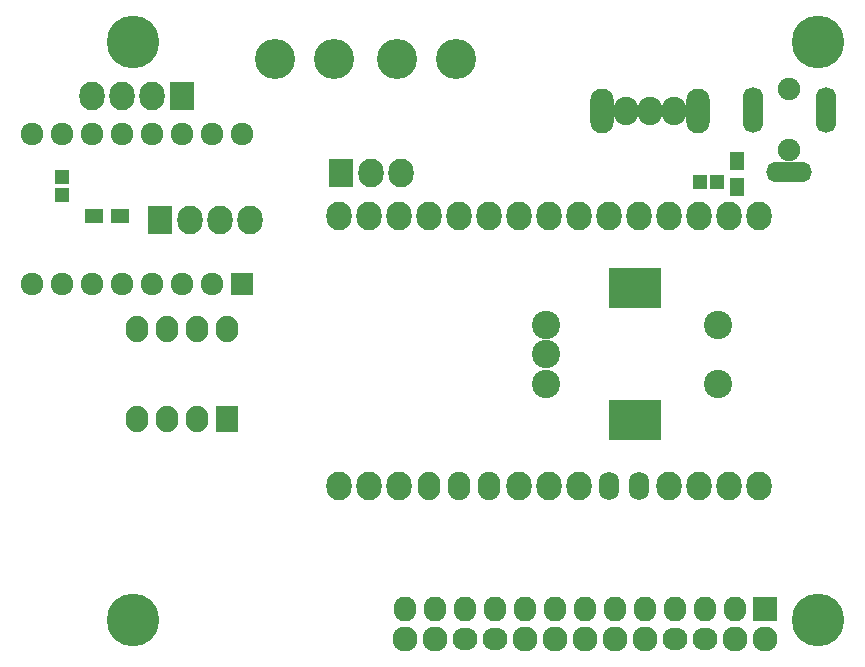
<source format=gts>
G04 #@! TF.FileFunction,Soldermask,Top*
%FSLAX46Y46*%
G04 Gerber Fmt 4.6, Leading zero omitted, Abs format (unit mm)*
G04 Created by KiCad (PCBNEW 4.0.2-stable) date 17/08/2016 11:41:13*
%MOMM*%
G01*
G04 APERTURE LIST*
%ADD10C,0.100000*%
%ADD11C,3.400000*%
%ADD12R,2.127200X2.432000*%
%ADD13O,2.127200X2.432000*%
%ADD14O,1.900000X2.432000*%
%ADD15O,1.700000X2.432000*%
%ADD16O,1.900000X2.400000*%
%ADD17R,1.924000X1.924000*%
%ADD18C,1.924000*%
%ADD19R,1.197560X1.197560*%
%ADD20R,1.300000X1.600000*%
%ADD21R,1.600000X1.300000*%
%ADD22R,4.400000X3.400000*%
%ADD23C,2.400000*%
%ADD24R,1.924000X2.224000*%
%ADD25O,1.924000X2.224000*%
%ADD26O,2.000000X3.800000*%
%ADD27O,2.100000X2.400000*%
%ADD28R,2.127200X2.127200*%
%ADD29O,2.127200X2.127200*%
%ADD30O,1.900000X2.127200*%
%ADD31O,2.127200X1.900000*%
%ADD32C,4.464000*%
%ADD33C,1.900000*%
%ADD34O,1.700000X3.900000*%
%ADD35O,3.900000X1.700000*%
G04 APERTURE END LIST*
D10*
D11*
X-43728000Y-5080000D03*
X-48728000Y-5080000D03*
D12*
X-58537000Y-18745000D03*
D13*
X-55997000Y-18745000D03*
X-53457000Y-18745000D03*
X-50917000Y-18745000D03*
X-43307000Y-18415000D03*
X-40767000Y-18415000D03*
X-38227000Y-18415000D03*
X-35687000Y-18415000D03*
X-33147000Y-18415000D03*
X-30607000Y-18415000D03*
X-28067000Y-18415000D03*
X-25527000Y-18415000D03*
X-22987000Y-18415000D03*
X-20447000Y-18415000D03*
X-17907000Y-18415000D03*
X-15367000Y-18415000D03*
X-12827000Y-18415000D03*
X-10287000Y-18415000D03*
X-7747000Y-18415000D03*
X-43307000Y-41275000D03*
X-12827000Y-41275000D03*
X-10287000Y-41275000D03*
X-15367000Y-41275000D03*
D14*
X-30607000Y-41275000D03*
X-33147000Y-41275000D03*
D13*
X-28067000Y-41275000D03*
X-7747000Y-41275000D03*
X-22987000Y-41275000D03*
X-25527000Y-41275000D03*
D15*
X-20447000Y-41275000D03*
X-17907000Y-41275000D03*
D13*
X-38227000Y-41275000D03*
D16*
X-35687000Y-41275000D03*
D13*
X-40767000Y-41275000D03*
D17*
X-51562000Y-24130000D03*
D18*
X-54102000Y-24130000D03*
X-56642000Y-24130000D03*
X-59182000Y-24130000D03*
X-61722000Y-24130000D03*
X-64262000Y-24130000D03*
X-66802000Y-24130000D03*
X-69342000Y-24130000D03*
X-69342000Y-11430000D03*
X-66802000Y-11430000D03*
X-64262000Y-11430000D03*
X-61722000Y-11430000D03*
X-59182000Y-11430000D03*
X-56642000Y-11430000D03*
X-54102000Y-11430000D03*
X-51562000Y-11430000D03*
D12*
X-56642000Y-8255000D03*
D13*
X-59182000Y-8255000D03*
X-61722000Y-8255000D03*
X-64262000Y-8255000D03*
D19*
X-11315700Y-15494000D03*
X-12814300Y-15494000D03*
X-66802000Y-16624300D03*
X-66802000Y-15125700D03*
D20*
X-9652000Y-15959000D03*
X-9652000Y-13759000D03*
D21*
X-61892000Y-18415000D03*
X-64092000Y-18415000D03*
D22*
X-18288000Y-35699000D03*
D23*
X-11288000Y-32599000D03*
X-11288000Y-27599000D03*
X-25788000Y-32599000D03*
X-25788000Y-30099000D03*
X-25788000Y-27599000D03*
D22*
X-18288000Y-24499000D03*
D24*
X-52832000Y-35560000D03*
D25*
X-52832000Y-27940000D03*
X-55372000Y-35560000D03*
X-55372000Y-27940000D03*
X-57912000Y-35560000D03*
X-57912000Y-27940000D03*
X-60452000Y-35560000D03*
X-60452000Y-27940000D03*
D26*
X-21118000Y-9525000D03*
D27*
X-17018000Y-9525000D03*
X-15018000Y-9525000D03*
X-19018000Y-9525000D03*
D26*
X-12918000Y-9525000D03*
D28*
X-7287000Y-51625000D03*
D29*
X-7287000Y-54165000D03*
D30*
X-9827000Y-51625000D03*
D29*
X-9827000Y-54165000D03*
D30*
X-12367000Y-51625000D03*
D31*
X-12367000Y-54165000D03*
D30*
X-14907000Y-51625000D03*
D31*
X-14907000Y-54165000D03*
D30*
X-17447000Y-51625000D03*
D29*
X-17447000Y-54165000D03*
D30*
X-19987000Y-51625000D03*
D29*
X-19987000Y-54165000D03*
D30*
X-22527000Y-51625000D03*
D29*
X-22527000Y-54165000D03*
D30*
X-25067000Y-51625000D03*
D29*
X-25067000Y-54165000D03*
D30*
X-27607000Y-51625000D03*
D29*
X-27607000Y-54165000D03*
D30*
X-30147000Y-51625000D03*
D31*
X-30147000Y-54165000D03*
D30*
X-32687000Y-51625000D03*
D31*
X-32687000Y-54165000D03*
D30*
X-35227000Y-51625000D03*
D29*
X-35227000Y-54165000D03*
D30*
X-37767000Y-51625000D03*
D29*
X-37767000Y-54165000D03*
D12*
X-43180000Y-14732000D03*
D13*
X-40640000Y-14732000D03*
X-38100000Y-14732000D03*
D32*
X-2787000Y-3625000D03*
X-2787000Y-52625000D03*
X-60787000Y-52625000D03*
X-60787000Y-3625000D03*
D33*
X-5207000Y-7627000D03*
D34*
X-2107000Y-9427000D03*
X-8307000Y-9427000D03*
D35*
X-5207000Y-14627000D03*
D33*
X-5207000Y-12827000D03*
D11*
X-33441000Y-5080000D03*
X-38441000Y-5080000D03*
M02*

</source>
